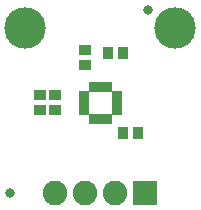
<source format=gbr>
G04 EAGLE Gerber RS-274X export*
G75*
%MOMM*%
%FSLAX34Y34*%
%LPD*%
%INSoldermask Top*%
%IPPOS*%
%AMOC8*
5,1,8,0,0,1.08239X$1,22.5*%
G01*
%ADD10R,0.483200X0.853200*%
%ADD11R,0.853200X0.483200*%
%ADD12R,0.903200X1.103200*%
%ADD13R,1.103200X0.903200*%
%ADD14R,2.082800X2.082800*%
%ADD15C,2.082800*%
%ADD16C,3.505200*%
%ADD17C,0.838200*%


D10*
X96400Y75200D03*
X91400Y75200D03*
X86400Y75200D03*
X81400Y75200D03*
D11*
X102600Y81400D03*
X75200Y86400D03*
X75200Y91400D03*
X75200Y96400D03*
D10*
X81400Y102600D03*
X86400Y102600D03*
X91400Y102600D03*
X96400Y102600D03*
D11*
X102600Y86400D03*
X102600Y96400D03*
X75200Y81400D03*
X102600Y91400D03*
D12*
X107800Y63500D03*
X120800Y63500D03*
D13*
X76200Y133500D03*
X76200Y120500D03*
D12*
X95100Y130810D03*
X108100Y130810D03*
D13*
X38100Y82400D03*
X38100Y95400D03*
X50800Y82400D03*
X50800Y95400D03*
D14*
X127000Y12700D03*
D15*
X101600Y12700D03*
X76200Y12700D03*
X50800Y12700D03*
D16*
X25400Y152400D03*
X152400Y152400D03*
D17*
X12700Y12700D03*
X129540Y167640D03*
M02*

</source>
